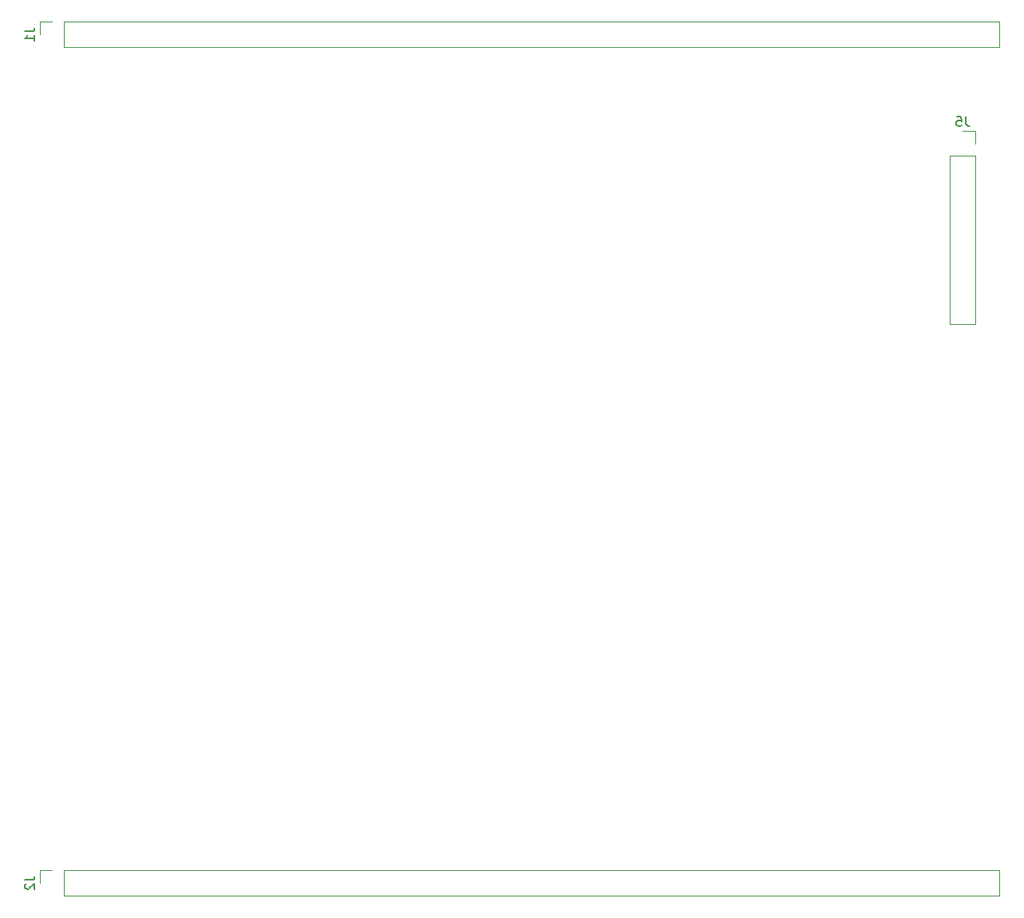
<source format=gbo>
G04 #@! TF.GenerationSoftware,KiCad,Pcbnew,(5.1.9)-1*
G04 #@! TF.CreationDate,2021-10-03T23:58:30-04:00*
G04 #@! TF.ProjectId,loader,6c6f6164-6572-42e6-9b69-6361645f7063,1.0*
G04 #@! TF.SameCoordinates,Original*
G04 #@! TF.FileFunction,Legend,Bot*
G04 #@! TF.FilePolarity,Positive*
%FSLAX46Y46*%
G04 Gerber Fmt 4.6, Leading zero omitted, Abs format (unit mm)*
G04 Created by KiCad (PCBNEW (5.1.9)-1) date 2021-10-03 23:58:30*
%MOMM*%
%LPD*%
G01*
G04 APERTURE LIST*
%ADD10C,0.120000*%
%ADD11C,0.150000*%
%ADD12O,1.700000X1.700000*%
%ADD13R,1.700000X1.700000*%
%ADD14C,2.000000*%
%ADD15O,1.600000X1.600000*%
%ADD16R,1.600000X1.600000*%
G04 APERTURE END LIST*
D10*
X184230000Y-76710000D02*
X181570000Y-76710000D01*
X184230000Y-58870000D02*
X184230000Y-76710000D01*
X181570000Y-58870000D02*
X181570000Y-76710000D01*
X184230000Y-58870000D02*
X181570000Y-58870000D01*
X184230000Y-57600000D02*
X184230000Y-56270000D01*
X184230000Y-56270000D02*
X182900000Y-56270000D01*
X186790000Y-134670000D02*
X186790000Y-137330000D01*
X87670000Y-134670000D02*
X186790000Y-134670000D01*
X87670000Y-137330000D02*
X186790000Y-137330000D01*
X87670000Y-134670000D02*
X87670000Y-137330000D01*
X86400000Y-134670000D02*
X85070000Y-134670000D01*
X85070000Y-134670000D02*
X85070000Y-136000000D01*
X186790000Y-44670000D02*
X186790000Y-47330000D01*
X87670000Y-44670000D02*
X186790000Y-44670000D01*
X87670000Y-47330000D02*
X186790000Y-47330000D01*
X87670000Y-44670000D02*
X87670000Y-47330000D01*
X86400000Y-44670000D02*
X85070000Y-44670000D01*
X85070000Y-44670000D02*
X85070000Y-46000000D01*
D11*
X183233333Y-54722380D02*
X183233333Y-55436666D01*
X183280952Y-55579523D01*
X183376190Y-55674761D01*
X183519047Y-55722380D01*
X183614285Y-55722380D01*
X182280952Y-54722380D02*
X182757142Y-54722380D01*
X182804761Y-55198571D01*
X182757142Y-55150952D01*
X182661904Y-55103333D01*
X182423809Y-55103333D01*
X182328571Y-55150952D01*
X182280952Y-55198571D01*
X182233333Y-55293809D01*
X182233333Y-55531904D01*
X182280952Y-55627142D01*
X182328571Y-55674761D01*
X182423809Y-55722380D01*
X182661904Y-55722380D01*
X182757142Y-55674761D01*
X182804761Y-55627142D01*
X83522380Y-135666666D02*
X84236666Y-135666666D01*
X84379523Y-135619047D01*
X84474761Y-135523809D01*
X84522380Y-135380952D01*
X84522380Y-135285714D01*
X83617619Y-136095238D02*
X83570000Y-136142857D01*
X83522380Y-136238095D01*
X83522380Y-136476190D01*
X83570000Y-136571428D01*
X83617619Y-136619047D01*
X83712857Y-136666666D01*
X83808095Y-136666666D01*
X83950952Y-136619047D01*
X84522380Y-136047619D01*
X84522380Y-136666666D01*
X83522380Y-45666666D02*
X84236666Y-45666666D01*
X84379523Y-45619047D01*
X84474761Y-45523809D01*
X84522380Y-45380952D01*
X84522380Y-45285714D01*
X84522380Y-46666666D02*
X84522380Y-46095238D01*
X84522380Y-46380952D02*
X83522380Y-46380952D01*
X83665238Y-46285714D01*
X83760476Y-46190476D01*
X83808095Y-46095238D01*
%LPC*%
D12*
X182900000Y-75380000D03*
X182900000Y-72840000D03*
X182900000Y-70300000D03*
X182900000Y-67760000D03*
X182900000Y-65220000D03*
X182900000Y-62680000D03*
X182900000Y-60140000D03*
D13*
X182900000Y-57600000D03*
D14*
X101400000Y-121300000D03*
X101400000Y-116800000D03*
X107900000Y-121300000D03*
X107900000Y-116800000D03*
D15*
X175820000Y-88900000D03*
X168200000Y-104140000D03*
X175820000Y-91440000D03*
X168200000Y-101600000D03*
X175820000Y-93980000D03*
X168200000Y-99060000D03*
X175820000Y-96520000D03*
X168200000Y-96520000D03*
X175820000Y-99060000D03*
X168200000Y-93980000D03*
X175820000Y-101600000D03*
X168200000Y-91440000D03*
X175820000Y-104140000D03*
D16*
X168200000Y-88900000D03*
D15*
X141920000Y-110700000D03*
D16*
X134300000Y-110700000D03*
D15*
X158620000Y-56500000D03*
X151000000Y-79360000D03*
X158620000Y-59040000D03*
X151000000Y-76820000D03*
X158620000Y-61580000D03*
X151000000Y-74280000D03*
X158620000Y-64120000D03*
X151000000Y-71740000D03*
X158620000Y-66660000D03*
X151000000Y-69200000D03*
X158620000Y-69200000D03*
X151000000Y-66660000D03*
X158620000Y-71740000D03*
X151000000Y-64120000D03*
X158620000Y-74280000D03*
X151000000Y-61580000D03*
X158620000Y-76820000D03*
X151000000Y-59040000D03*
X158620000Y-79360000D03*
D16*
X151000000Y-56500000D03*
D15*
X143920000Y-56500000D03*
X136300000Y-79360000D03*
X143920000Y-59040000D03*
X136300000Y-76820000D03*
X143920000Y-61580000D03*
X136300000Y-74280000D03*
X143920000Y-64120000D03*
X136300000Y-71740000D03*
X143920000Y-66660000D03*
X136300000Y-69200000D03*
X143920000Y-69200000D03*
X136300000Y-66660000D03*
X143920000Y-71740000D03*
X136300000Y-64120000D03*
X143920000Y-74280000D03*
X136300000Y-61580000D03*
X143920000Y-76820000D03*
X136300000Y-59040000D03*
X143920000Y-79360000D03*
D16*
X136300000Y-56500000D03*
D15*
X105720000Y-56500000D03*
X98100000Y-74280000D03*
X105720000Y-59040000D03*
X98100000Y-71740000D03*
X105720000Y-61580000D03*
X98100000Y-69200000D03*
X105720000Y-64120000D03*
X98100000Y-66660000D03*
X105720000Y-66660000D03*
X98100000Y-64120000D03*
X105720000Y-69200000D03*
X98100000Y-61580000D03*
X105720000Y-71740000D03*
X98100000Y-59040000D03*
X105720000Y-74280000D03*
D16*
X98100000Y-56500000D03*
D15*
X119020000Y-56500000D03*
X111400000Y-74280000D03*
X119020000Y-59040000D03*
X111400000Y-71740000D03*
X119020000Y-61580000D03*
X111400000Y-69200000D03*
X119020000Y-64120000D03*
X111400000Y-66660000D03*
X119020000Y-66660000D03*
X111400000Y-64120000D03*
X119020000Y-69200000D03*
X111400000Y-61580000D03*
X119020000Y-71740000D03*
X111400000Y-59040000D03*
X119020000Y-74280000D03*
D16*
X111400000Y-56500000D03*
D15*
X106340000Y-104940000D03*
X106340000Y-89700000D03*
X141900000Y-104940000D03*
X108880000Y-89700000D03*
X139360000Y-104940000D03*
X111420000Y-89700000D03*
X136820000Y-104940000D03*
X113960000Y-89700000D03*
X134280000Y-104940000D03*
X116500000Y-89700000D03*
X131740000Y-104940000D03*
X119040000Y-89700000D03*
X129200000Y-104940000D03*
X121580000Y-89700000D03*
X126660000Y-104940000D03*
X124120000Y-89700000D03*
X124120000Y-104940000D03*
X126660000Y-89700000D03*
X121580000Y-104940000D03*
X129200000Y-89700000D03*
X119040000Y-104940000D03*
X131740000Y-89700000D03*
X116500000Y-104940000D03*
X134280000Y-89700000D03*
X113960000Y-104940000D03*
X136820000Y-89700000D03*
X111420000Y-104940000D03*
X139360000Y-89700000D03*
X108880000Y-104940000D03*
D16*
X141900000Y-89700000D03*
D12*
X185460000Y-136000000D03*
X182920000Y-136000000D03*
X180380000Y-136000000D03*
X177840000Y-136000000D03*
X175300000Y-136000000D03*
X172760000Y-136000000D03*
X170220000Y-136000000D03*
X167680000Y-136000000D03*
X165140000Y-136000000D03*
X162600000Y-136000000D03*
X160060000Y-136000000D03*
X157520000Y-136000000D03*
X154980000Y-136000000D03*
X152440000Y-136000000D03*
X149900000Y-136000000D03*
X147360000Y-136000000D03*
X144820000Y-136000000D03*
X142280000Y-136000000D03*
X139740000Y-136000000D03*
X137200000Y-136000000D03*
X134660000Y-136000000D03*
X132120000Y-136000000D03*
X129580000Y-136000000D03*
X127040000Y-136000000D03*
X124500000Y-136000000D03*
X121960000Y-136000000D03*
X119420000Y-136000000D03*
X116880000Y-136000000D03*
X114340000Y-136000000D03*
X111800000Y-136000000D03*
X109260000Y-136000000D03*
X106720000Y-136000000D03*
X104180000Y-136000000D03*
X101640000Y-136000000D03*
X99100000Y-136000000D03*
X96560000Y-136000000D03*
X94020000Y-136000000D03*
X91480000Y-136000000D03*
X88940000Y-136000000D03*
D13*
X86400000Y-136000000D03*
D12*
X185460000Y-46000000D03*
X182920000Y-46000000D03*
X180380000Y-46000000D03*
X177840000Y-46000000D03*
X175300000Y-46000000D03*
X172760000Y-46000000D03*
X170220000Y-46000000D03*
X167680000Y-46000000D03*
X165140000Y-46000000D03*
X162600000Y-46000000D03*
X160060000Y-46000000D03*
X157520000Y-46000000D03*
X154980000Y-46000000D03*
X152440000Y-46000000D03*
X149900000Y-46000000D03*
X147360000Y-46000000D03*
X144820000Y-46000000D03*
X142280000Y-46000000D03*
X139740000Y-46000000D03*
X137200000Y-46000000D03*
X134660000Y-46000000D03*
X132120000Y-46000000D03*
X129580000Y-46000000D03*
X127040000Y-46000000D03*
X124500000Y-46000000D03*
X121960000Y-46000000D03*
X119420000Y-46000000D03*
X116880000Y-46000000D03*
X114340000Y-46000000D03*
X111800000Y-46000000D03*
X109260000Y-46000000D03*
X106720000Y-46000000D03*
X104180000Y-46000000D03*
X101640000Y-46000000D03*
X99100000Y-46000000D03*
X96560000Y-46000000D03*
X94020000Y-46000000D03*
X91480000Y-46000000D03*
X88940000Y-46000000D03*
D13*
X86400000Y-46000000D03*
M02*

</source>
